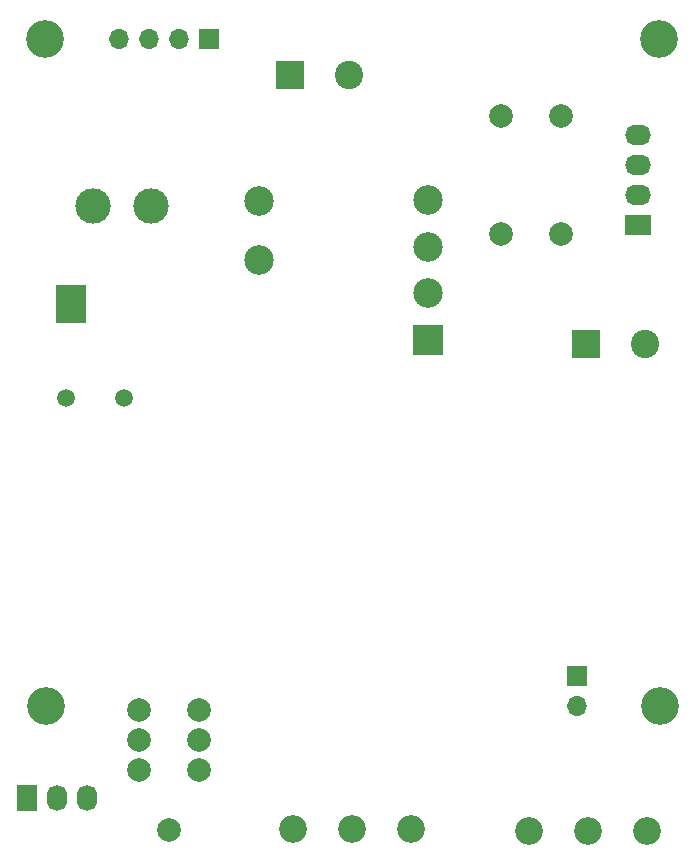
<source format=gbs>
G04 #@! TF.GenerationSoftware,KiCad,Pcbnew,(5.1.10)-1*
G04 #@! TF.CreationDate,2021-10-15T17:24:33+02:00*
G04 #@! TF.ProjectId,Transmitter,5472616e-736d-4697-9474-65722e6b6963,rev?*
G04 #@! TF.SameCoordinates,Original*
G04 #@! TF.FileFunction,Soldermask,Bot*
G04 #@! TF.FilePolarity,Negative*
%FSLAX46Y46*%
G04 Gerber Fmt 4.6, Leading zero omitted, Abs format (unit mm)*
G04 Created by KiCad (PCBNEW (5.1.10)-1) date 2021-10-15 17:24:33*
%MOMM*%
%LPD*%
G01*
G04 APERTURE LIST*
%ADD10R,2.514000X3.200000*%
%ADD11C,2.340000*%
%ADD12O,1.700000X1.700000*%
%ADD13R,1.700000X1.700000*%
%ADD14O,2.200000X1.700000*%
%ADD15R,2.200000X1.700000*%
%ADD16C,2.500000*%
%ADD17C,3.000000*%
%ADD18C,2.000000*%
%ADD19O,1.700000X2.200000*%
%ADD20R,1.700000X2.200000*%
%ADD21C,3.200000*%
%ADD22C,1.500000*%
%ADD23R,2.500000X2.500000*%
%ADD24C,2.400000*%
%ADD25R,2.400000X2.400000*%
G04 APERTURE END LIST*
D10*
X157250000Y-98400000D03*
D11*
X196000000Y-143000000D03*
X201000000Y-143000000D03*
X206000000Y-143000000D03*
X176000000Y-142900000D03*
X181000000Y-142900000D03*
X186000000Y-142900000D03*
D12*
X161280000Y-76000000D03*
X163820000Y-76000000D03*
X166360000Y-76000000D03*
D13*
X168900000Y-76000000D03*
D14*
X205200000Y-84090000D03*
X205200000Y-86630000D03*
X205200000Y-89170000D03*
D15*
X205200000Y-91710000D03*
D16*
X173150000Y-94700000D03*
X173150000Y-89700000D03*
D12*
X200100000Y-132440000D03*
D13*
X200100000Y-129900000D03*
D17*
X159100000Y-90100000D03*
X163950000Y-90100000D03*
D18*
X165540000Y-142910000D03*
X168080000Y-137830000D03*
X168080000Y-135290000D03*
X163000000Y-137830000D03*
X163000000Y-135290000D03*
X168080000Y-132750000D03*
X163000000Y-132750000D03*
D19*
X156000000Y-140250000D03*
D20*
X153460000Y-140250000D03*
D19*
X158540000Y-140250000D03*
D21*
X207000000Y-76000000D03*
X155000000Y-76000000D03*
X207100000Y-132450000D03*
X155100000Y-132450000D03*
D22*
X161680000Y-106400000D03*
X156800000Y-106400000D03*
D18*
X198680000Y-82500000D03*
X193600000Y-82500000D03*
X198680000Y-92500000D03*
X193600000Y-92500000D03*
D16*
X187475000Y-89595000D03*
X187475000Y-93555000D03*
X187475000Y-97515000D03*
D23*
X187475000Y-101475000D03*
D24*
X180750000Y-79000000D03*
D25*
X175750000Y-79000000D03*
D24*
X205800000Y-101800000D03*
D25*
X200800000Y-101800000D03*
M02*

</source>
